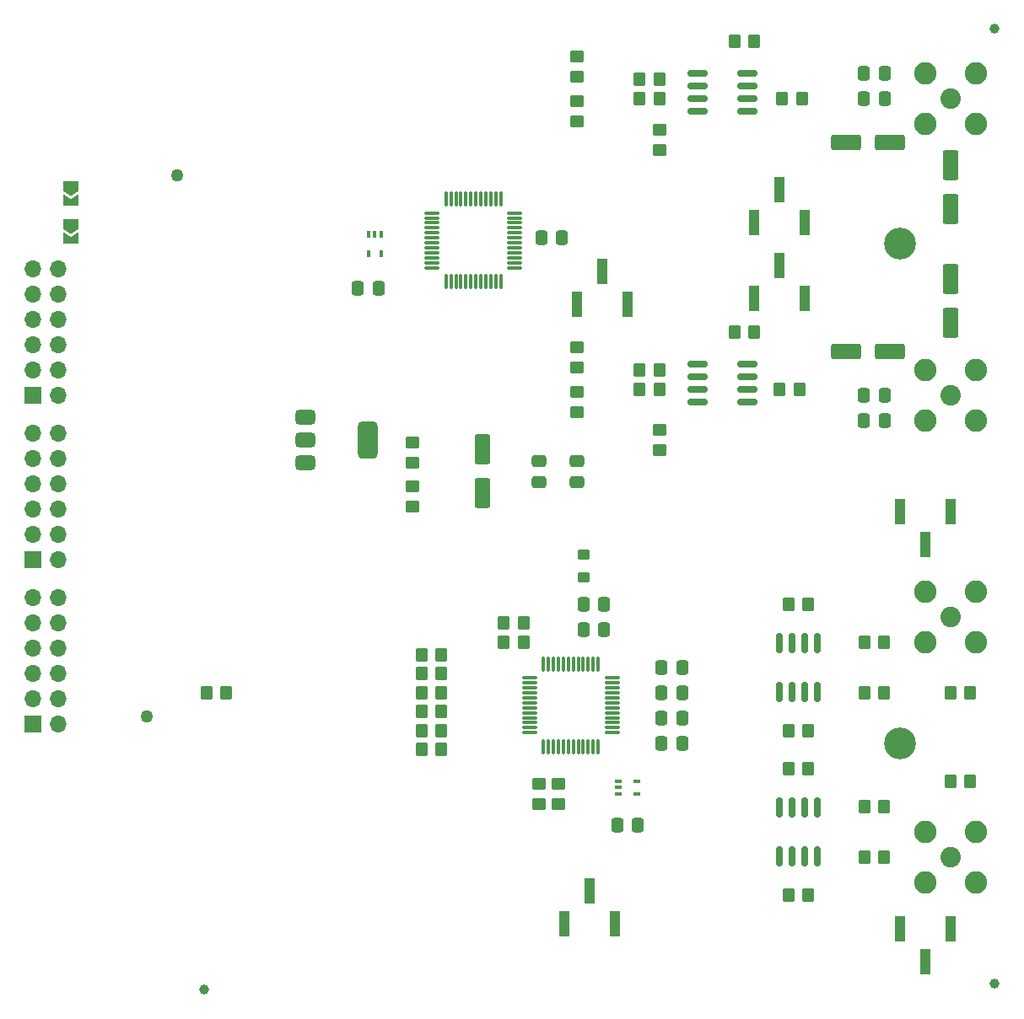
<source format=gts>
%TF.GenerationSoftware,KiCad,Pcbnew,8.0.0*%
%TF.CreationDate,2024-09-01T00:10:57+03:00*%
%TF.ProjectId,ML605_LPC_Board_wADC_DAC,4d4c3630-355f-44c5-9043-5f426f617264,rev?*%
%TF.SameCoordinates,Original*%
%TF.FileFunction,Soldermask,Top*%
%TF.FilePolarity,Negative*%
%FSLAX46Y46*%
G04 Gerber Fmt 4.6, Leading zero omitted, Abs format (unit mm)*
G04 Created by KiCad (PCBNEW 8.0.0) date 2024-09-01 00:10:57*
%MOMM*%
%LPD*%
G01*
G04 APERTURE LIST*
G04 Aperture macros list*
%AMRoundRect*
0 Rectangle with rounded corners*
0 $1 Rounding radius*
0 $2 $3 $4 $5 $6 $7 $8 $9 X,Y pos of 4 corners*
0 Add a 4 corners polygon primitive as box body*
4,1,4,$2,$3,$4,$5,$6,$7,$8,$9,$2,$3,0*
0 Add four circle primitives for the rounded corners*
1,1,$1+$1,$2,$3*
1,1,$1+$1,$4,$5*
1,1,$1+$1,$6,$7*
1,1,$1+$1,$8,$9*
0 Add four rect primitives between the rounded corners*
20,1,$1+$1,$2,$3,$4,$5,0*
20,1,$1+$1,$4,$5,$6,$7,0*
20,1,$1+$1,$6,$7,$8,$9,0*
20,1,$1+$1,$8,$9,$2,$3,0*%
%AMFreePoly0*
4,1,6,1.000000,0.000000,0.500000,-0.750000,-0.500000,-0.750000,-0.500000,0.750000,0.500000,0.750000,1.000000,0.000000,1.000000,0.000000,$1*%
%AMFreePoly1*
4,1,6,0.500000,-0.750000,-0.650000,-0.750000,-0.150000,0.000000,-0.650000,0.750000,0.500000,0.750000,0.500000,-0.750000,0.500000,-0.750000,$1*%
G04 Aperture macros list end*
%ADD10RoundRect,0.250000X-0.337500X-0.475000X0.337500X-0.475000X0.337500X0.475000X-0.337500X0.475000X0*%
%ADD11RoundRect,0.250000X0.350000X0.450000X-0.350000X0.450000X-0.350000X-0.450000X0.350000X-0.450000X0*%
%ADD12RoundRect,0.250000X0.337500X0.475000X-0.337500X0.475000X-0.337500X-0.475000X0.337500X-0.475000X0*%
%ADD13R,1.000000X2.510000*%
%ADD14RoundRect,0.250000X0.450000X-0.350000X0.450000X0.350000X-0.450000X0.350000X-0.450000X-0.350000X0*%
%ADD15C,1.000000*%
%ADD16C,3.200000*%
%ADD17RoundRect,0.250000X-0.450000X0.350000X-0.450000X-0.350000X0.450000X-0.350000X0.450000X0.350000X0*%
%ADD18C,2.050000*%
%ADD19C,2.250000*%
%ADD20RoundRect,0.250000X-0.550000X1.250000X-0.550000X-1.250000X0.550000X-1.250000X0.550000X1.250000X0*%
%ADD21RoundRect,0.250000X-0.350000X-0.450000X0.350000X-0.450000X0.350000X0.450000X-0.350000X0.450000X0*%
%ADD22RoundRect,0.250000X-0.475000X0.337500X-0.475000X-0.337500X0.475000X-0.337500X0.475000X0.337500X0*%
%ADD23RoundRect,0.100000X-0.100000X0.225000X-0.100000X-0.225000X0.100000X-0.225000X0.100000X0.225000X0*%
%ADD24RoundRect,0.375000X-0.625000X-0.375000X0.625000X-0.375000X0.625000X0.375000X-0.625000X0.375000X0*%
%ADD25RoundRect,0.500000X-0.500000X-1.400000X0.500000X-1.400000X0.500000X1.400000X-0.500000X1.400000X0*%
%ADD26RoundRect,0.250000X-1.250000X-0.550000X1.250000X-0.550000X1.250000X0.550000X-1.250000X0.550000X0*%
%ADD27RoundRect,0.075000X-0.075000X0.662500X-0.075000X-0.662500X0.075000X-0.662500X0.075000X0.662500X0*%
%ADD28RoundRect,0.075000X-0.662500X0.075000X-0.662500X-0.075000X0.662500X-0.075000X0.662500X0.075000X0*%
%ADD29R,1.700000X1.700000*%
%ADD30O,1.700000X1.700000*%
%ADD31RoundRect,0.100000X-0.225000X-0.100000X0.225000X-0.100000X0.225000X0.100000X-0.225000X0.100000X0*%
%ADD32FreePoly0,270.000000*%
%ADD33FreePoly1,270.000000*%
%ADD34RoundRect,0.150000X-0.825000X-0.150000X0.825000X-0.150000X0.825000X0.150000X-0.825000X0.150000X0*%
%ADD35RoundRect,0.250000X-0.350000X0.275000X-0.350000X-0.275000X0.350000X-0.275000X0.350000X0.275000X0*%
%ADD36RoundRect,0.250000X0.550000X-1.250000X0.550000X1.250000X-0.550000X1.250000X-0.550000X-1.250000X0*%
%ADD37RoundRect,0.150000X-0.150000X0.825000X-0.150000X-0.825000X0.150000X-0.825000X0.150000X0.825000X0*%
%ADD38C,1.270000*%
G04 APERTURE END LIST*
D10*
%TO.C,C38*%
X109522500Y-77610000D03*
X111597500Y-77610000D03*
%TD*%
%TO.C,C29*%
X160322500Y-88405000D03*
X162397500Y-88405000D03*
%TD*%
D11*
%TO.C,R40*%
X139770000Y-56655000D03*
X137770000Y-56655000D03*
%TD*%
D12*
%TO.C,C14*%
X142077500Y-118250000D03*
X140002500Y-118250000D03*
%TD*%
D10*
%TO.C,C12*%
X140002500Y-120790000D03*
X142077500Y-120790000D03*
%TD*%
D11*
%TO.C,R5*%
X117910000Y-116345000D03*
X115910000Y-116345000D03*
%TD*%
%TO.C,R3*%
X117910000Y-114440000D03*
X115910000Y-114440000D03*
%TD*%
D13*
%TO.C,J14*%
X168980000Y-141995000D03*
X166440000Y-145305000D03*
X163900000Y-141995000D03*
%TD*%
D14*
%TO.C,R45*%
X139770000Y-93850000D03*
X139770000Y-91850000D03*
%TD*%
D15*
%TO.C,FID2*%
X173425000Y-147460000D03*
%TD*%
D10*
%TO.C,C37*%
X135557500Y-131585000D03*
X137632500Y-131585000D03*
%TD*%
D11*
%TO.C,R41*%
X139770000Y-58560000D03*
X137770000Y-58560000D03*
%TD*%
D16*
%TO.C,H1*%
X163900000Y-73165000D03*
%TD*%
D17*
%TO.C,R39*%
X131515000Y-88040000D03*
X131515000Y-90040000D03*
%TD*%
%TO.C,R16*%
X127705000Y-127410000D03*
X127705000Y-129410000D03*
%TD*%
D14*
%TO.C,R38*%
X131515000Y-85595000D03*
X131515000Y-83595000D03*
%TD*%
D11*
%TO.C,R11*%
X117910000Y-122060000D03*
X115910000Y-122060000D03*
%TD*%
D18*
%TO.C,J8*%
X168980000Y-58560000D03*
D19*
X166440000Y-56020000D03*
X166440000Y-61100000D03*
X171520000Y-56020000D03*
X171520000Y-61100000D03*
%TD*%
D20*
%TO.C,C1*%
X121990000Y-93825000D03*
X121990000Y-98225000D03*
%TD*%
D21*
%TO.C,R48*%
X94320000Y-118250000D03*
X96320000Y-118250000D03*
%TD*%
D15*
%TO.C,FID1*%
X173425000Y-51575000D03*
%TD*%
D11*
%TO.C,R30*%
X162360000Y-118250000D03*
X160360000Y-118250000D03*
%TD*%
D10*
%TO.C,C4*%
X132150000Y-111900000D03*
X134225000Y-111900000D03*
%TD*%
D13*
%TO.C,J2*%
X130245000Y-141495000D03*
X132785000Y-138185000D03*
X135325000Y-141495000D03*
%TD*%
D11*
%TO.C,R26*%
X154740000Y-122060000D03*
X152740000Y-122060000D03*
%TD*%
%TO.C,R43*%
X139770000Y-87770000D03*
X137770000Y-87770000D03*
%TD*%
D22*
%TO.C,C2*%
X127705000Y-94987500D03*
X127705000Y-97062500D03*
%TD*%
D13*
%TO.C,J6*%
X149295000Y-71010000D03*
X151835000Y-67700000D03*
X154375000Y-71010000D03*
%TD*%
D16*
%TO.C,H2*%
X163900000Y-123330000D03*
%TD*%
D23*
%TO.C,U2*%
X111845000Y-72215000D03*
X111195000Y-72215000D03*
X110545000Y-72215000D03*
X110545000Y-74115000D03*
X111845000Y-74115000D03*
%TD*%
D11*
%TO.C,R28*%
X162360000Y-134760000D03*
X160360000Y-134760000D03*
%TD*%
D21*
%TO.C,R46*%
X147295000Y-52845000D03*
X149295000Y-52845000D03*
%TD*%
D24*
%TO.C,U3*%
X104235000Y-90550000D03*
X104235000Y-92850000D03*
D25*
X110535000Y-92850000D03*
D24*
X104235000Y-95150000D03*
%TD*%
D11*
%TO.C,R25*%
X154740000Y-125870000D03*
X152740000Y-125870000D03*
%TD*%
D17*
%TO.C,R20*%
X129610000Y-127410000D03*
X129610000Y-129410000D03*
%TD*%
D21*
%TO.C,R50*%
X151835000Y-87770000D03*
X153835000Y-87770000D03*
%TD*%
D26*
%TO.C,C24*%
X158525000Y-63005000D03*
X162925000Y-63005000D03*
%TD*%
D18*
%TO.C,J9*%
X168980000Y-88405000D03*
D19*
X166440000Y-85865000D03*
X166440000Y-90945000D03*
X171520000Y-85865000D03*
X171520000Y-90945000D03*
%TD*%
D21*
%TO.C,R15*%
X124165000Y-113170000D03*
X126165000Y-113170000D03*
%TD*%
D27*
%TO.C,IC1*%
X133630000Y-115357500D03*
X133130000Y-115357500D03*
X132630000Y-115357500D03*
X132130000Y-115357500D03*
X131630000Y-115357500D03*
X131130000Y-115357500D03*
X130630000Y-115357500D03*
X130130000Y-115357500D03*
X129630000Y-115357500D03*
X129130000Y-115357500D03*
X128630000Y-115357500D03*
X128130000Y-115357500D03*
D28*
X126717500Y-116770000D03*
X126717500Y-117270000D03*
X126717500Y-117770000D03*
X126717500Y-118270000D03*
X126717500Y-118770000D03*
X126717500Y-119270000D03*
X126717500Y-119770000D03*
X126717500Y-120270000D03*
X126717500Y-120770000D03*
X126717500Y-121270000D03*
X126717500Y-121770000D03*
X126717500Y-122270000D03*
D27*
X128130000Y-123682500D03*
X128630000Y-123682500D03*
X129130000Y-123682500D03*
X129630000Y-123682500D03*
X130130000Y-123682500D03*
X130630000Y-123682500D03*
X131130000Y-123682500D03*
X131630000Y-123682500D03*
X132130000Y-123682500D03*
X132630000Y-123682500D03*
X133130000Y-123682500D03*
X133630000Y-123682500D03*
D28*
X135042500Y-122270000D03*
X135042500Y-121770000D03*
X135042500Y-121270000D03*
X135042500Y-120770000D03*
X135042500Y-120270000D03*
X135042500Y-119770000D03*
X135042500Y-119270000D03*
X135042500Y-118770000D03*
X135042500Y-118270000D03*
X135042500Y-117770000D03*
X135042500Y-117270000D03*
X135042500Y-116770000D03*
%TD*%
D11*
%TO.C,R42*%
X139770000Y-85865000D03*
X137770000Y-85865000D03*
%TD*%
D14*
%TO.C,R36*%
X131515000Y-56385000D03*
X131515000Y-54385000D03*
%TD*%
D11*
%TO.C,R7*%
X117910000Y-118250000D03*
X115910000Y-118250000D03*
%TD*%
D12*
%TO.C,C30*%
X162397500Y-90945000D03*
X160322500Y-90945000D03*
%TD*%
D15*
%TO.C,FID3*%
X94050000Y-148095000D03*
%TD*%
D20*
%TO.C,C27*%
X168980000Y-76680000D03*
X168980000Y-81080000D03*
%TD*%
D21*
%TO.C,R19*%
X124165000Y-111265000D03*
X126165000Y-111265000D03*
%TD*%
D10*
%TO.C,C5*%
X132150000Y-109360000D03*
X134225000Y-109360000D03*
%TD*%
D17*
%TO.C,R37*%
X131515000Y-58830000D03*
X131515000Y-60830000D03*
%TD*%
D29*
%TO.C,J10*%
X76905000Y-121425000D03*
D30*
X79445000Y-121425000D03*
X76905000Y-118885000D03*
X79445000Y-118885000D03*
X76905000Y-116345000D03*
X79445000Y-116345000D03*
X76905000Y-113805000D03*
X79445000Y-113805000D03*
X76905000Y-111265000D03*
X79445000Y-111265000D03*
X76905000Y-108725000D03*
X79445000Y-108725000D03*
%TD*%
D11*
%TO.C,R27*%
X154740000Y-109360000D03*
X152740000Y-109360000D03*
%TD*%
D12*
%TO.C,C26*%
X162397500Y-56020000D03*
X160322500Y-56020000D03*
%TD*%
D27*
%TO.C,IC4*%
X123855000Y-68650000D03*
X123355000Y-68650000D03*
X122855000Y-68650000D03*
X122355000Y-68650000D03*
X121855000Y-68650000D03*
X121355000Y-68650000D03*
X120855000Y-68650000D03*
X120355000Y-68650000D03*
X119855000Y-68650000D03*
X119355000Y-68650000D03*
X118855000Y-68650000D03*
X118355000Y-68650000D03*
D28*
X116942500Y-70062500D03*
X116942500Y-70562500D03*
X116942500Y-71062500D03*
X116942500Y-71562500D03*
X116942500Y-72062500D03*
X116942500Y-72562500D03*
X116942500Y-73062500D03*
X116942500Y-73562500D03*
X116942500Y-74062500D03*
X116942500Y-74562500D03*
X116942500Y-75062500D03*
X116942500Y-75562500D03*
D27*
X118355000Y-76975000D03*
X118855000Y-76975000D03*
X119355000Y-76975000D03*
X119855000Y-76975000D03*
X120355000Y-76975000D03*
X120855000Y-76975000D03*
X121355000Y-76975000D03*
X121855000Y-76975000D03*
X122355000Y-76975000D03*
X122855000Y-76975000D03*
X123355000Y-76975000D03*
X123855000Y-76975000D03*
D28*
X125267500Y-75562500D03*
X125267500Y-75062500D03*
X125267500Y-74562500D03*
X125267500Y-74062500D03*
X125267500Y-73562500D03*
X125267500Y-73062500D03*
X125267500Y-72562500D03*
X125267500Y-72062500D03*
X125267500Y-71562500D03*
X125267500Y-71062500D03*
X125267500Y-70562500D03*
X125267500Y-70062500D03*
%TD*%
D21*
%TO.C,R32*%
X168980000Y-118250000D03*
X170980000Y-118250000D03*
%TD*%
D10*
%TO.C,C13*%
X140002500Y-115710000D03*
X142077500Y-115710000D03*
%TD*%
D31*
%TO.C,U1*%
X135645000Y-127125000D03*
X135645000Y-127775000D03*
X135645000Y-128425000D03*
X137545000Y-128425000D03*
X137545000Y-127125000D03*
%TD*%
D13*
%TO.C,J7*%
X149295000Y-78630000D03*
X151835000Y-75320000D03*
X154375000Y-78630000D03*
%TD*%
D22*
%TO.C,C3*%
X131515000Y-94987500D03*
X131515000Y-97062500D03*
%TD*%
D17*
%TO.C,R2*%
X115005000Y-97565000D03*
X115005000Y-99565000D03*
%TD*%
D32*
%TO.C,JP2*%
X80715000Y-67360000D03*
D33*
X80715000Y-68810000D03*
%TD*%
D18*
%TO.C,J5*%
X168980000Y-110630000D03*
D19*
X166440000Y-108090000D03*
X166440000Y-113170000D03*
X171520000Y-108090000D03*
X171520000Y-113170000D03*
%TD*%
D34*
%TO.C,U4*%
X143645000Y-56020000D03*
X143645000Y-57290000D03*
X143645000Y-58560000D03*
X143645000Y-59830000D03*
X148595000Y-59830000D03*
X148595000Y-58560000D03*
X148595000Y-57290000D03*
X148595000Y-56020000D03*
%TD*%
D13*
%TO.C,J3*%
X131515000Y-79265000D03*
X134055000Y-75955000D03*
X136595000Y-79265000D03*
%TD*%
D14*
%TO.C,R44*%
X139770000Y-63735000D03*
X139770000Y-61735000D03*
%TD*%
D11*
%TO.C,R24*%
X154740000Y-138570000D03*
X152740000Y-138570000D03*
%TD*%
D10*
%TO.C,C25*%
X160322500Y-58560000D03*
X162397500Y-58560000D03*
%TD*%
D11*
%TO.C,R9*%
X117910000Y-120155000D03*
X115910000Y-120155000D03*
%TD*%
D35*
%TO.C,L1*%
X132150000Y-104400000D03*
X132150000Y-106700000D03*
%TD*%
D11*
%TO.C,R13*%
X117910000Y-123965000D03*
X115910000Y-123965000D03*
%TD*%
D18*
%TO.C,J4*%
X168980000Y-134760000D03*
D19*
X166440000Y-132220000D03*
X166440000Y-137300000D03*
X171520000Y-132220000D03*
X171520000Y-137300000D03*
%TD*%
D21*
%TO.C,R49*%
X152105000Y-58560000D03*
X154105000Y-58560000D03*
%TD*%
D32*
%TO.C,JP1*%
X80715000Y-71170000D03*
D33*
X80715000Y-72620000D03*
%TD*%
D36*
%TO.C,C23*%
X168980000Y-69650000D03*
X168980000Y-65250000D03*
%TD*%
D29*
%TO.C,J12*%
X76905000Y-88405000D03*
D30*
X79445000Y-88405000D03*
X76905000Y-85865000D03*
X79445000Y-85865000D03*
X76905000Y-83325000D03*
X79445000Y-83325000D03*
X76905000Y-80785000D03*
X79445000Y-80785000D03*
X76905000Y-78245000D03*
X79445000Y-78245000D03*
X76905000Y-75705000D03*
X79445000Y-75705000D03*
%TD*%
D13*
%TO.C,J13*%
X168980000Y-100085000D03*
X166440000Y-103395000D03*
X163900000Y-100085000D03*
%TD*%
D11*
%TO.C,R29*%
X162360000Y-129680000D03*
X160360000Y-129680000D03*
%TD*%
D34*
%TO.C,U5*%
X143645000Y-85230000D03*
X143645000Y-86500000D03*
X143645000Y-87770000D03*
X143645000Y-89040000D03*
X148595000Y-89040000D03*
X148595000Y-87770000D03*
X148595000Y-86500000D03*
X148595000Y-85230000D03*
%TD*%
D21*
%TO.C,R33*%
X168980000Y-127140000D03*
X170980000Y-127140000D03*
%TD*%
D37*
%TO.C,IC3*%
X155645000Y-113235000D03*
X154375000Y-113235000D03*
X153105000Y-113235000D03*
X151835000Y-113235000D03*
X151835000Y-118185000D03*
X153105000Y-118185000D03*
X154375000Y-118185000D03*
X155645000Y-118185000D03*
%TD*%
D29*
%TO.C,J11*%
X76885000Y-104890000D03*
D30*
X79425000Y-104890000D03*
X76885000Y-102350000D03*
X79425000Y-102350000D03*
X76885000Y-99810000D03*
X79425000Y-99810000D03*
X76885000Y-97270000D03*
X79425000Y-97270000D03*
X76885000Y-94730000D03*
X79425000Y-94730000D03*
X76885000Y-92190000D03*
X79425000Y-92190000D03*
%TD*%
D17*
%TO.C,R1*%
X115005000Y-93120000D03*
X115005000Y-95120000D03*
%TD*%
D21*
%TO.C,R47*%
X147295000Y-82055000D03*
X149295000Y-82055000D03*
%TD*%
D26*
%TO.C,C28*%
X158525000Y-83960000D03*
X162925000Y-83960000D03*
%TD*%
D11*
%TO.C,R31*%
X162360000Y-113170000D03*
X160360000Y-113170000D03*
%TD*%
D10*
%TO.C,C15*%
X140002500Y-123330000D03*
X142077500Y-123330000D03*
%TD*%
%TO.C,C18*%
X127937500Y-72530000D03*
X130012500Y-72530000D03*
%TD*%
D37*
%TO.C,IC2*%
X155645000Y-129745000D03*
X154375000Y-129745000D03*
X153105000Y-129745000D03*
X151835000Y-129745000D03*
X151835000Y-134695000D03*
X153105000Y-134695000D03*
X154375000Y-134695000D03*
X155645000Y-134695000D03*
%TD*%
D38*
%TO.C,J1*%
X91385000Y-66294000D03*
X88335000Y-120674000D03*
%TD*%
M02*

</source>
